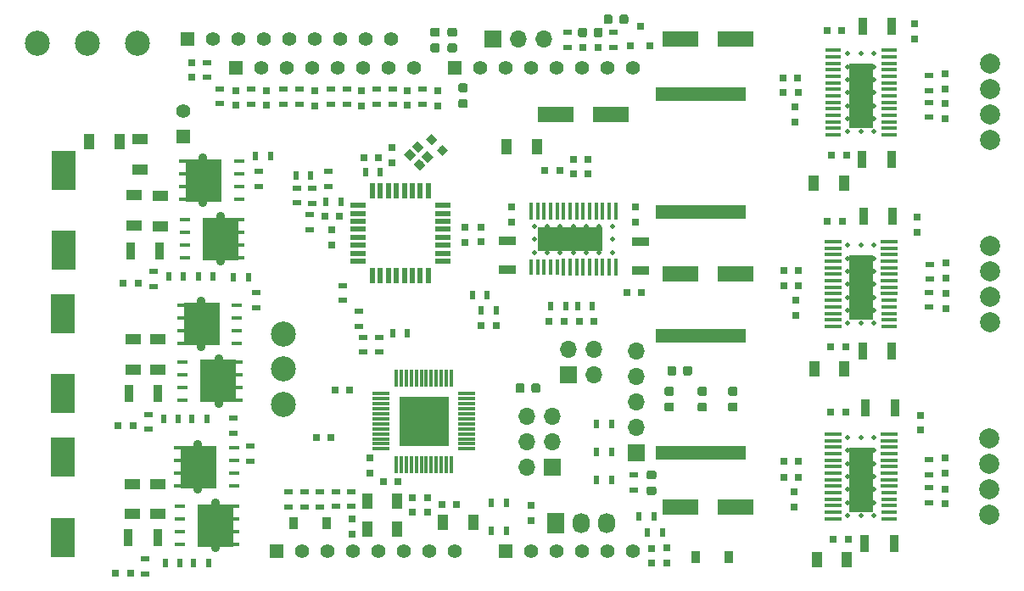
<source format=gts>
G04 #@! TF.GenerationSoftware,KiCad,Pcbnew,(5.1.0-0)*
G04 #@! TF.CreationDate,2019-11-06T16:52:03-05:00*
G04 #@! TF.ProjectId,GrBLDC,4772424c-4443-42e6-9b69-6361645f7063,rev?*
G04 #@! TF.SameCoordinates,PX5a7646cPY8128a60*
G04 #@! TF.FileFunction,Soldermask,Top*
G04 #@! TF.FilePolarity,Negative*
%FSLAX46Y46*%
G04 Gerber Fmt 4.6, Leading zero omitted, Abs format (unit mm)*
G04 Created by KiCad (PCBNEW (5.1.0-0)) date 2019-11-06 16:52:03*
%MOMM*%
%LPD*%
G04 APERTURE LIST*
%ADD10C,0.500000*%
%ADD11R,1.740000X0.440000*%
%ADD12R,1.600000X0.300000*%
%ADD13R,2.400000X6.460000*%
%ADD14R,1.397000X1.397000*%
%ADD15C,1.397000*%
%ADD16R,0.750000X0.800000*%
%ADD17R,9.000000X1.400000*%
%ADD18C,0.150000*%
%ADD19C,0.875000*%
%ADD20R,1.600000X1.000000*%
%ADD21R,0.800000X0.750000*%
%ADD22R,1.000000X1.600000*%
%ADD23R,2.400300X4.000500*%
%ADD24R,0.500000X0.900000*%
%ADD25R,0.900000X0.500000*%
%ADD26R,0.440000X1.740000*%
%ADD27R,0.300000X1.600000*%
%ADD28R,6.460000X2.400000*%
%ADD29C,0.889000*%
%ADD30R,1.080000X0.450000*%
%ADD31R,0.650000X0.450000*%
%ADD32R,3.540000X4.260000*%
%ADD33R,0.900000X1.700000*%
%ADD34C,2.000000*%
%ADD35R,3.599180X1.600200*%
%ADD36C,2.500000*%
%ADD37R,1.727200X2.032000*%
%ADD38O,1.727200X2.032000*%
%ADD39R,1.600000X0.550000*%
%ADD40R,0.550000X1.600000*%
%ADD41C,0.800000*%
%ADD42C,0.750000*%
%ADD43R,0.800100X0.800100*%
%ADD44R,1.700000X0.900000*%
%ADD45O,1.700000X1.700000*%
%ADD46R,1.700000X1.700000*%
%ADD47R,0.300000X1.700000*%
%ADD48R,1.700000X0.300000*%
%ADD49R,5.000000X5.000000*%
%ADD50R,0.900000X1.200000*%
G04 APERTURE END LIST*
D10*
X84630900Y26575200D03*
X85930900Y26575200D03*
X84630900Y27875200D03*
X87230900Y27875200D03*
X85930900Y27875200D03*
X84630900Y29175200D03*
X87230900Y29175200D03*
X85930900Y29175200D03*
X87230900Y34375200D03*
X84630900Y34375200D03*
X85930900Y34375200D03*
X87230900Y33075200D03*
X84630900Y33075200D03*
X85930900Y33075200D03*
X84630900Y31775200D03*
X87230900Y31775200D03*
X85930900Y31775200D03*
X84630900Y30475200D03*
X87230900Y30475200D03*
X87230900Y26575200D03*
X85930900Y30475200D03*
D11*
X88730900Y30175200D03*
X88730900Y30825200D03*
X88730900Y31475200D03*
X88730900Y32125200D03*
X83130900Y28225200D03*
D12*
X88730900Y28225200D03*
X88730900Y28875200D03*
D11*
X88730900Y29525200D03*
X83130900Y32775200D03*
X83130900Y32125200D03*
X83130900Y31475200D03*
X83130900Y30825200D03*
X83130900Y30175200D03*
X83130900Y29525200D03*
X88730900Y32775200D03*
X83130900Y28875200D03*
D12*
X88730900Y27575200D03*
D11*
X88730900Y33425200D03*
X83130900Y33425200D03*
X83130900Y27575200D03*
D12*
X88730900Y26925200D03*
D11*
X88730900Y34075200D03*
X83130900Y34075200D03*
X83130900Y26925200D03*
D12*
X88730900Y26275200D03*
D11*
X88730900Y34725200D03*
X83130900Y34725200D03*
X83130900Y26275200D03*
D13*
X85930900Y30175200D03*
D14*
X27571700Y3860800D03*
D15*
X30111700Y3860800D03*
X32651700Y3860800D03*
X35191700Y3860800D03*
X37731700Y3860800D03*
X40271700Y3860800D03*
X42811700Y3860800D03*
X45351700Y3860800D03*
D16*
X43688000Y49797400D03*
X43688000Y48297400D03*
D17*
X69976500Y25349500D03*
X69976500Y13639500D03*
D16*
X53030000Y8360000D03*
X53030000Y6860000D03*
D18*
G36*
X73429691Y20229447D02*
G01*
X73450926Y20226297D01*
X73471750Y20221081D01*
X73491962Y20213849D01*
X73511368Y20204670D01*
X73529781Y20193634D01*
X73547024Y20180846D01*
X73562930Y20166430D01*
X73577346Y20150524D01*
X73590134Y20133281D01*
X73601170Y20114868D01*
X73610349Y20095462D01*
X73617581Y20075250D01*
X73622797Y20054426D01*
X73625947Y20033191D01*
X73627000Y20011750D01*
X73627000Y19574250D01*
X73625947Y19552809D01*
X73622797Y19531574D01*
X73617581Y19510750D01*
X73610349Y19490538D01*
X73601170Y19471132D01*
X73590134Y19452719D01*
X73577346Y19435476D01*
X73562930Y19419570D01*
X73547024Y19405154D01*
X73529781Y19392366D01*
X73511368Y19381330D01*
X73491962Y19372151D01*
X73471750Y19364919D01*
X73450926Y19359703D01*
X73429691Y19356553D01*
X73408250Y19355500D01*
X72895750Y19355500D01*
X72874309Y19356553D01*
X72853074Y19359703D01*
X72832250Y19364919D01*
X72812038Y19372151D01*
X72792632Y19381330D01*
X72774219Y19392366D01*
X72756976Y19405154D01*
X72741070Y19419570D01*
X72726654Y19435476D01*
X72713866Y19452719D01*
X72702830Y19471132D01*
X72693651Y19490538D01*
X72686419Y19510750D01*
X72681203Y19531574D01*
X72678053Y19552809D01*
X72677000Y19574250D01*
X72677000Y20011750D01*
X72678053Y20033191D01*
X72681203Y20054426D01*
X72686419Y20075250D01*
X72693651Y20095462D01*
X72702830Y20114868D01*
X72713866Y20133281D01*
X72726654Y20150524D01*
X72741070Y20166430D01*
X72756976Y20180846D01*
X72774219Y20193634D01*
X72792632Y20204670D01*
X72812038Y20213849D01*
X72832250Y20221081D01*
X72853074Y20226297D01*
X72874309Y20229447D01*
X72895750Y20230500D01*
X73408250Y20230500D01*
X73429691Y20229447D01*
X73429691Y20229447D01*
G37*
D19*
X73152000Y19793000D03*
D18*
G36*
X73429691Y18654447D02*
G01*
X73450926Y18651297D01*
X73471750Y18646081D01*
X73491962Y18638849D01*
X73511368Y18629670D01*
X73529781Y18618634D01*
X73547024Y18605846D01*
X73562930Y18591430D01*
X73577346Y18575524D01*
X73590134Y18558281D01*
X73601170Y18539868D01*
X73610349Y18520462D01*
X73617581Y18500250D01*
X73622797Y18479426D01*
X73625947Y18458191D01*
X73627000Y18436750D01*
X73627000Y17999250D01*
X73625947Y17977809D01*
X73622797Y17956574D01*
X73617581Y17935750D01*
X73610349Y17915538D01*
X73601170Y17896132D01*
X73590134Y17877719D01*
X73577346Y17860476D01*
X73562930Y17844570D01*
X73547024Y17830154D01*
X73529781Y17817366D01*
X73511368Y17806330D01*
X73491962Y17797151D01*
X73471750Y17789919D01*
X73450926Y17784703D01*
X73429691Y17781553D01*
X73408250Y17780500D01*
X72895750Y17780500D01*
X72874309Y17781553D01*
X72853074Y17784703D01*
X72832250Y17789919D01*
X72812038Y17797151D01*
X72792632Y17806330D01*
X72774219Y17817366D01*
X72756976Y17830154D01*
X72741070Y17844570D01*
X72726654Y17860476D01*
X72713866Y17877719D01*
X72702830Y17896132D01*
X72693651Y17915538D01*
X72686419Y17935750D01*
X72681203Y17956574D01*
X72678053Y17977809D01*
X72677000Y17999250D01*
X72677000Y18436750D01*
X72678053Y18458191D01*
X72681203Y18479426D01*
X72686419Y18500250D01*
X72693651Y18520462D01*
X72702830Y18539868D01*
X72713866Y18558281D01*
X72726654Y18575524D01*
X72741070Y18591430D01*
X72756976Y18605846D01*
X72774219Y18618634D01*
X72792632Y18629670D01*
X72812038Y18638849D01*
X72832250Y18646081D01*
X72853074Y18651297D01*
X72874309Y18654447D01*
X72895750Y18655500D01*
X73408250Y18655500D01*
X73429691Y18654447D01*
X73429691Y18654447D01*
G37*
D19*
X73152000Y18218000D03*
D18*
G36*
X70381691Y20221947D02*
G01*
X70402926Y20218797D01*
X70423750Y20213581D01*
X70443962Y20206349D01*
X70463368Y20197170D01*
X70481781Y20186134D01*
X70499024Y20173346D01*
X70514930Y20158930D01*
X70529346Y20143024D01*
X70542134Y20125781D01*
X70553170Y20107368D01*
X70562349Y20087962D01*
X70569581Y20067750D01*
X70574797Y20046926D01*
X70577947Y20025691D01*
X70579000Y20004250D01*
X70579000Y19566750D01*
X70577947Y19545309D01*
X70574797Y19524074D01*
X70569581Y19503250D01*
X70562349Y19483038D01*
X70553170Y19463632D01*
X70542134Y19445219D01*
X70529346Y19427976D01*
X70514930Y19412070D01*
X70499024Y19397654D01*
X70481781Y19384866D01*
X70463368Y19373830D01*
X70443962Y19364651D01*
X70423750Y19357419D01*
X70402926Y19352203D01*
X70381691Y19349053D01*
X70360250Y19348000D01*
X69847750Y19348000D01*
X69826309Y19349053D01*
X69805074Y19352203D01*
X69784250Y19357419D01*
X69764038Y19364651D01*
X69744632Y19373830D01*
X69726219Y19384866D01*
X69708976Y19397654D01*
X69693070Y19412070D01*
X69678654Y19427976D01*
X69665866Y19445219D01*
X69654830Y19463632D01*
X69645651Y19483038D01*
X69638419Y19503250D01*
X69633203Y19524074D01*
X69630053Y19545309D01*
X69629000Y19566750D01*
X69629000Y20004250D01*
X69630053Y20025691D01*
X69633203Y20046926D01*
X69638419Y20067750D01*
X69645651Y20087962D01*
X69654830Y20107368D01*
X69665866Y20125781D01*
X69678654Y20143024D01*
X69693070Y20158930D01*
X69708976Y20173346D01*
X69726219Y20186134D01*
X69744632Y20197170D01*
X69764038Y20206349D01*
X69784250Y20213581D01*
X69805074Y20218797D01*
X69826309Y20221947D01*
X69847750Y20223000D01*
X70360250Y20223000D01*
X70381691Y20221947D01*
X70381691Y20221947D01*
G37*
D19*
X70104000Y19785500D03*
D18*
G36*
X70381691Y18646947D02*
G01*
X70402926Y18643797D01*
X70423750Y18638581D01*
X70443962Y18631349D01*
X70463368Y18622170D01*
X70481781Y18611134D01*
X70499024Y18598346D01*
X70514930Y18583930D01*
X70529346Y18568024D01*
X70542134Y18550781D01*
X70553170Y18532368D01*
X70562349Y18512962D01*
X70569581Y18492750D01*
X70574797Y18471926D01*
X70577947Y18450691D01*
X70579000Y18429250D01*
X70579000Y17991750D01*
X70577947Y17970309D01*
X70574797Y17949074D01*
X70569581Y17928250D01*
X70562349Y17908038D01*
X70553170Y17888632D01*
X70542134Y17870219D01*
X70529346Y17852976D01*
X70514930Y17837070D01*
X70499024Y17822654D01*
X70481781Y17809866D01*
X70463368Y17798830D01*
X70443962Y17789651D01*
X70423750Y17782419D01*
X70402926Y17777203D01*
X70381691Y17774053D01*
X70360250Y17773000D01*
X69847750Y17773000D01*
X69826309Y17774053D01*
X69805074Y17777203D01*
X69784250Y17782419D01*
X69764038Y17789651D01*
X69744632Y17798830D01*
X69726219Y17809866D01*
X69708976Y17822654D01*
X69693070Y17837070D01*
X69678654Y17852976D01*
X69665866Y17870219D01*
X69654830Y17888632D01*
X69645651Y17908038D01*
X69638419Y17928250D01*
X69633203Y17949074D01*
X69630053Y17970309D01*
X69629000Y17991750D01*
X69629000Y18429250D01*
X69630053Y18450691D01*
X69633203Y18471926D01*
X69638419Y18492750D01*
X69645651Y18512962D01*
X69654830Y18532368D01*
X69665866Y18550781D01*
X69678654Y18568024D01*
X69693070Y18583930D01*
X69708976Y18598346D01*
X69726219Y18611134D01*
X69744632Y18622170D01*
X69764038Y18631349D01*
X69784250Y18638581D01*
X69805074Y18643797D01*
X69826309Y18646947D01*
X69847750Y18648000D01*
X70360250Y18648000D01*
X70381691Y18646947D01*
X70381691Y18646947D01*
G37*
D19*
X70104000Y18210500D03*
D18*
G36*
X67079691Y18654447D02*
G01*
X67100926Y18651297D01*
X67121750Y18646081D01*
X67141962Y18638849D01*
X67161368Y18629670D01*
X67179781Y18618634D01*
X67197024Y18605846D01*
X67212930Y18591430D01*
X67227346Y18575524D01*
X67240134Y18558281D01*
X67251170Y18539868D01*
X67260349Y18520462D01*
X67267581Y18500250D01*
X67272797Y18479426D01*
X67275947Y18458191D01*
X67277000Y18436750D01*
X67277000Y17999250D01*
X67275947Y17977809D01*
X67272797Y17956574D01*
X67267581Y17935750D01*
X67260349Y17915538D01*
X67251170Y17896132D01*
X67240134Y17877719D01*
X67227346Y17860476D01*
X67212930Y17844570D01*
X67197024Y17830154D01*
X67179781Y17817366D01*
X67161368Y17806330D01*
X67141962Y17797151D01*
X67121750Y17789919D01*
X67100926Y17784703D01*
X67079691Y17781553D01*
X67058250Y17780500D01*
X66545750Y17780500D01*
X66524309Y17781553D01*
X66503074Y17784703D01*
X66482250Y17789919D01*
X66462038Y17797151D01*
X66442632Y17806330D01*
X66424219Y17817366D01*
X66406976Y17830154D01*
X66391070Y17844570D01*
X66376654Y17860476D01*
X66363866Y17877719D01*
X66352830Y17896132D01*
X66343651Y17915538D01*
X66336419Y17935750D01*
X66331203Y17956574D01*
X66328053Y17977809D01*
X66327000Y17999250D01*
X66327000Y18436750D01*
X66328053Y18458191D01*
X66331203Y18479426D01*
X66336419Y18500250D01*
X66343651Y18520462D01*
X66352830Y18539868D01*
X66363866Y18558281D01*
X66376654Y18575524D01*
X66391070Y18591430D01*
X66406976Y18605846D01*
X66424219Y18618634D01*
X66442632Y18629670D01*
X66462038Y18638849D01*
X66482250Y18646081D01*
X66503074Y18651297D01*
X66524309Y18654447D01*
X66545750Y18655500D01*
X67058250Y18655500D01*
X67079691Y18654447D01*
X67079691Y18654447D01*
G37*
D19*
X66802000Y18218000D03*
D18*
G36*
X67079691Y20229447D02*
G01*
X67100926Y20226297D01*
X67121750Y20221081D01*
X67141962Y20213849D01*
X67161368Y20204670D01*
X67179781Y20193634D01*
X67197024Y20180846D01*
X67212930Y20166430D01*
X67227346Y20150524D01*
X67240134Y20133281D01*
X67251170Y20114868D01*
X67260349Y20095462D01*
X67267581Y20075250D01*
X67272797Y20054426D01*
X67275947Y20033191D01*
X67277000Y20011750D01*
X67277000Y19574250D01*
X67275947Y19552809D01*
X67272797Y19531574D01*
X67267581Y19510750D01*
X67260349Y19490538D01*
X67251170Y19471132D01*
X67240134Y19452719D01*
X67227346Y19435476D01*
X67212930Y19419570D01*
X67197024Y19405154D01*
X67179781Y19392366D01*
X67161368Y19381330D01*
X67141962Y19372151D01*
X67121750Y19364919D01*
X67100926Y19359703D01*
X67079691Y19356553D01*
X67058250Y19355500D01*
X66545750Y19355500D01*
X66524309Y19356553D01*
X66503074Y19359703D01*
X66482250Y19364919D01*
X66462038Y19372151D01*
X66442632Y19381330D01*
X66424219Y19392366D01*
X66406976Y19405154D01*
X66391070Y19419570D01*
X66376654Y19435476D01*
X66363866Y19452719D01*
X66352830Y19471132D01*
X66343651Y19490538D01*
X66336419Y19510750D01*
X66331203Y19531574D01*
X66328053Y19552809D01*
X66327000Y19574250D01*
X66327000Y20011750D01*
X66328053Y20033191D01*
X66331203Y20054426D01*
X66336419Y20075250D01*
X66343651Y20095462D01*
X66352830Y20114868D01*
X66363866Y20133281D01*
X66376654Y20150524D01*
X66391070Y20166430D01*
X66406976Y20180846D01*
X66424219Y20193634D01*
X66442632Y20204670D01*
X66462038Y20213849D01*
X66482250Y20221081D01*
X66503074Y20226297D01*
X66524309Y20229447D01*
X66545750Y20230500D01*
X67058250Y20230500D01*
X67079691Y20229447D01*
X67079691Y20229447D01*
G37*
D19*
X66802000Y19793000D03*
D16*
X35110000Y5540000D03*
X35110000Y7040000D03*
D20*
X13271500Y24969600D03*
X13271500Y21969600D03*
D21*
X41160000Y7747000D03*
X42660000Y7747000D03*
X49500000Y26340000D03*
X48000000Y26340000D03*
D16*
X91300300Y54952200D03*
X91300300Y56452200D03*
X91528900Y35660900D03*
X91528900Y37160900D03*
X91871800Y15912400D03*
X91871800Y17412400D03*
D21*
X62539180Y29654500D03*
X64039180Y29654500D03*
D16*
X94315280Y46999460D03*
X94315280Y48499460D03*
X94404180Y28053600D03*
X94404180Y29553600D03*
X94338140Y8541320D03*
X94338140Y10041320D03*
D21*
X54830280Y26771600D03*
X56330280Y26771600D03*
D16*
X94315280Y51496660D03*
X94315280Y49996660D03*
X94378780Y32627000D03*
X94378780Y31127000D03*
X94338140Y13102020D03*
X94338140Y11602020D03*
D21*
X59302080Y26771600D03*
X57802080Y26771600D03*
X79629700Y51041300D03*
X78129700Y51041300D03*
X79713520Y31884620D03*
X78213520Y31884620D03*
X79721140Y12786360D03*
X78221140Y12786360D03*
D16*
X58717180Y41477500D03*
X58717180Y42977500D03*
D21*
X79642400Y49618900D03*
X78142400Y49618900D03*
D16*
X79324200Y48184500D03*
X79324200Y46684500D03*
D21*
X79700820Y30360620D03*
X78200820Y30360620D03*
D16*
X79395320Y28850020D03*
X79395320Y27350020D03*
D21*
X79708440Y11198860D03*
X78208440Y11198860D03*
D16*
X79291180Y9767000D03*
X79291180Y8267000D03*
X57269380Y41477500D03*
X57269380Y42977500D03*
D21*
X55885780Y41871900D03*
X54385780Y41871900D03*
X82536600Y55778400D03*
X84036600Y55778400D03*
X82920140Y24218900D03*
X84420140Y24218900D03*
X82892200Y17716500D03*
X84392200Y17716500D03*
D16*
X51033680Y38215000D03*
X51033680Y36715000D03*
X36080700Y49810100D03*
X36080700Y48310100D03*
X26631900Y49822800D03*
X26631900Y48322800D03*
X40690800Y49822800D03*
X40690800Y48322800D03*
X31450000Y49820000D03*
X31450000Y48320000D03*
X23558500Y48322800D03*
X23558500Y49822800D03*
D21*
X82574700Y36804600D03*
X84074700Y36804600D03*
X83146200Y5016500D03*
X84646200Y5016500D03*
D16*
X63466980Y38176900D03*
X63466980Y36676900D03*
D21*
X39741540Y10749280D03*
X38241540Y10749280D03*
D22*
X39638100Y8859520D03*
X36638100Y8859520D03*
D16*
X36890000Y13120000D03*
X36890000Y11620000D03*
D21*
X33430000Y19930000D03*
X34930000Y19930000D03*
X33070000Y15150000D03*
X31570000Y15150000D03*
D16*
X65020000Y2620000D03*
X65020000Y4120000D03*
D22*
X36640000Y6050000D03*
X39640000Y6050000D03*
D16*
X66560000Y2630000D03*
X66560000Y4130000D03*
D23*
X6362700Y41846500D03*
X6362700Y33845500D03*
D22*
X81258280Y21996400D03*
X84258280Y21996400D03*
D20*
X15760700Y24969600D03*
X15760700Y21969600D03*
X13220700Y10542400D03*
X13220700Y7542400D03*
D23*
X6311900Y27571700D03*
X6311900Y19570700D03*
D20*
X16014700Y39295200D03*
X16014700Y36295200D03*
X13373100Y39346000D03*
X13373100Y36346000D03*
D23*
X6311900Y13195300D03*
X6311900Y5194300D03*
D22*
X50587780Y44234100D03*
X53587780Y44234100D03*
D20*
X15760700Y10542400D03*
X15760700Y7542400D03*
D21*
X82968400Y43370500D03*
X84468400Y43370500D03*
X59678000Y54102000D03*
X58178000Y54102000D03*
X41160000Y9144000D03*
X42660000Y9144000D03*
D24*
X47140000Y29390000D03*
X48640000Y29390000D03*
X49510000Y27850000D03*
X48010000Y27850000D03*
D25*
X92692220Y47141700D03*
X92692220Y48641700D03*
X92753180Y28180600D03*
X92753180Y29680600D03*
X92710000Y8655620D03*
X92710000Y10155620D03*
D24*
X54976330Y28301950D03*
X56476330Y28301950D03*
D25*
X92692220Y51296000D03*
X92692220Y49796000D03*
X92765880Y32474600D03*
X92765880Y30974600D03*
X92710000Y12959780D03*
X92710000Y11459780D03*
D24*
X59136980Y28282900D03*
X57636980Y28282900D03*
D25*
X61214000Y54114000D03*
X61214000Y55614000D03*
X56642000Y55614000D03*
X56642000Y54114000D03*
X32994600Y48437100D03*
X32994600Y49937100D03*
X42202100Y48449800D03*
X42202100Y49949800D03*
X34607500Y48449800D03*
X34607500Y49949800D03*
X25082500Y48475200D03*
X25082500Y49975200D03*
D24*
X61020000Y16520000D03*
X59520000Y16520000D03*
D25*
X39179500Y49975200D03*
X39179500Y48475200D03*
X29883100Y49975200D03*
X29883100Y48475200D03*
X21932900Y50000600D03*
X21932900Y48500600D03*
D24*
X61032000Y13726000D03*
X59532000Y13726000D03*
X61044000Y10932000D03*
X59544000Y10932000D03*
D25*
X37579300Y49975200D03*
X37579300Y48475200D03*
X28257500Y49975200D03*
X28257500Y48475200D03*
X20700000Y51130000D03*
X20700000Y52630000D03*
X23253700Y17133000D03*
X23253700Y15633000D03*
X25010000Y12800000D03*
X25010000Y14300000D03*
D24*
X20828700Y2641600D03*
X19328700Y2641600D03*
X64640000Y5660000D03*
X66140000Y5660000D03*
X17983900Y2641600D03*
X16483900Y2641600D03*
X23316500Y31191200D03*
X24816500Y31191200D03*
D25*
X25539700Y28155200D03*
X25539700Y29655200D03*
D24*
X20676300Y17018000D03*
X19176300Y17018000D03*
X21285900Y31242000D03*
X19785900Y31242000D03*
X27013600Y43294300D03*
X25513600Y43294300D03*
D25*
X25793700Y40258300D03*
X25793700Y41758300D03*
D24*
X17831500Y17018000D03*
X16331500Y17018000D03*
X18339500Y31242000D03*
X16839500Y31242000D03*
X65290000Y7340000D03*
X63790000Y7340000D03*
D25*
X63246000Y9930000D03*
X63246000Y11430000D03*
D10*
X84628200Y45701400D03*
X85928200Y45701400D03*
X84628200Y47001400D03*
X87228200Y47001400D03*
X85928200Y47001400D03*
X84628200Y48301400D03*
X87228200Y48301400D03*
X85928200Y48301400D03*
X87228200Y53501400D03*
X84628200Y53501400D03*
X85928200Y53501400D03*
X87228200Y52201400D03*
X84628200Y52201400D03*
X85928200Y52201400D03*
X84628200Y50901400D03*
X87228200Y50901400D03*
X85928200Y50901400D03*
X84628200Y49601400D03*
X87228200Y49601400D03*
X87228200Y45701400D03*
X85928200Y49601400D03*
D12*
X88728200Y49301400D03*
X88728200Y49951400D03*
X88728200Y50601400D03*
X88728200Y51251400D03*
X83128200Y47351400D03*
X88728200Y47351400D03*
X88728200Y48001400D03*
X88728200Y48651400D03*
X83128200Y51901400D03*
X83128200Y51251400D03*
X83128200Y50601400D03*
X83128200Y49951400D03*
X83128200Y49301400D03*
X83128200Y48651400D03*
X88728200Y51901400D03*
X83128200Y48001400D03*
X88728200Y46701400D03*
X88728200Y52551400D03*
X83128200Y52551400D03*
X83128200Y46701400D03*
X88728200Y46051400D03*
X88728200Y53201400D03*
X83128200Y53201400D03*
X83128200Y46051400D03*
X88728200Y45401400D03*
X88728200Y53851400D03*
X83128200Y53851400D03*
X83128200Y45401400D03*
D13*
X85928200Y49301400D03*
D10*
X84625800Y7372800D03*
X85925800Y7372800D03*
X84625800Y8672800D03*
X87225800Y8672800D03*
X85925800Y8672800D03*
X84625800Y9972800D03*
X87225800Y9972800D03*
X85925800Y9972800D03*
X87225800Y15172800D03*
X84625800Y15172800D03*
X85925800Y15172800D03*
X87225800Y13872800D03*
X84625800Y13872800D03*
X85925800Y13872800D03*
X84625800Y12572800D03*
X87225800Y12572800D03*
X85925800Y12572800D03*
X84625800Y11272800D03*
X87225800Y11272800D03*
X87225800Y7372800D03*
X85925800Y11272800D03*
D11*
X88725800Y10972800D03*
X88725800Y11622800D03*
X88725800Y12272800D03*
X88725800Y12922800D03*
X83125800Y9022800D03*
D12*
X88725800Y9022800D03*
X88725800Y9672800D03*
D11*
X88725800Y10322800D03*
X83125800Y13572800D03*
X83125800Y12922800D03*
X83125800Y12272800D03*
X83125800Y11622800D03*
X83125800Y10972800D03*
X83125800Y10322800D03*
X88725800Y13572800D03*
X83125800Y9672800D03*
D12*
X88725800Y8372800D03*
D11*
X88725800Y14222800D03*
X83125800Y14222800D03*
X83125800Y8372800D03*
D12*
X88725800Y7722800D03*
D11*
X88725800Y14872800D03*
X83125800Y14872800D03*
X83125800Y7722800D03*
D12*
X88725800Y7072800D03*
D11*
X88725800Y15522800D03*
X83125800Y15522800D03*
X83125800Y7072800D03*
D13*
X85925800Y10972800D03*
D10*
X53313780Y36263100D03*
X53313780Y34963100D03*
X54613780Y36263100D03*
X54613780Y33663100D03*
X54613780Y34963100D03*
X55913780Y36263100D03*
X55913780Y33663100D03*
X55913780Y34963100D03*
X61113780Y33663100D03*
X61113780Y36263100D03*
X61113780Y34963100D03*
X59813780Y33663100D03*
X59813780Y36263100D03*
X59813780Y34963100D03*
X58513780Y36263100D03*
X58513780Y33663100D03*
X58513780Y34963100D03*
X57213780Y36263100D03*
X57213780Y33663100D03*
X53313780Y33663100D03*
X57213780Y34963100D03*
D26*
X56913780Y32163100D03*
X57563780Y32163100D03*
X58213780Y32163100D03*
X58863780Y32163100D03*
X54963780Y37763100D03*
D27*
X54963780Y32163100D03*
X55613780Y32163100D03*
D26*
X56263780Y32163100D03*
X59513780Y37763100D03*
X58863780Y37763100D03*
X58213780Y37763100D03*
X57563780Y37763100D03*
X56913780Y37763100D03*
X56263780Y37763100D03*
X59513780Y32163100D03*
X55613780Y37763100D03*
D27*
X54313780Y32163100D03*
D26*
X60163780Y32163100D03*
X60163780Y37763100D03*
X54313780Y37763100D03*
D27*
X53663780Y32163100D03*
D26*
X60813780Y32163100D03*
X60813780Y37763100D03*
X53663780Y37763100D03*
D27*
X53013780Y32163100D03*
D26*
X61463780Y32163100D03*
X61463780Y37763100D03*
X53013780Y37763100D03*
D28*
X56913780Y34963100D03*
D14*
X50431700Y3860800D03*
D15*
X52971700Y3860800D03*
X55511700Y3860800D03*
X58051700Y3860800D03*
X60591700Y3860800D03*
X63131700Y3860800D03*
D14*
X18732500Y54940200D03*
D15*
X21272500Y54940200D03*
X23812500Y54940200D03*
X26352500Y54940200D03*
X28892500Y54940200D03*
X31432500Y54940200D03*
X33972500Y54940200D03*
X36512500Y54940200D03*
X39052500Y54940200D03*
D14*
X23507700Y52120800D03*
D15*
X26047700Y52120800D03*
X28587700Y52120800D03*
X31127700Y52120800D03*
X33667700Y52120800D03*
X36207700Y52120800D03*
X38747700Y52120800D03*
X41287700Y52120800D03*
D14*
X45351700Y52120800D03*
D15*
X47891700Y52120800D03*
X50431700Y52120800D03*
X52971700Y52120800D03*
X55511700Y52120800D03*
X58051700Y52120800D03*
X60591700Y52120800D03*
X63131700Y52120800D03*
D14*
X18270000Y45230000D03*
D15*
X18270000Y47770000D03*
D29*
X19719100Y9992800D03*
X19719100Y14492800D03*
X18469100Y13742800D03*
X19719100Y12992800D03*
X19719100Y11492800D03*
X20969100Y10742800D03*
X18469100Y10742800D03*
X18469100Y12242800D03*
X20969100Y12242800D03*
X20969100Y13742800D03*
D30*
X23339100Y10337800D03*
X23339100Y11607800D03*
X23339100Y12877800D03*
D31*
X17699100Y11607800D03*
X17699100Y12877800D03*
X17699100Y14147800D03*
D30*
X23339100Y14147800D03*
D32*
X19794100Y12242800D03*
D31*
X17699100Y10337800D03*
D29*
X21555900Y8650800D03*
X21555900Y4150800D03*
X22805900Y4900800D03*
X21555900Y5650800D03*
X21555900Y7150800D03*
X20305900Y7900800D03*
X22805900Y7900800D03*
X22805900Y6400800D03*
X20305900Y6400800D03*
X20305900Y4900800D03*
D30*
X17935900Y8305800D03*
X17935900Y7035800D03*
X17935900Y5765800D03*
D31*
X23575900Y7035800D03*
X23575900Y5765800D03*
X23575900Y4495800D03*
D30*
X17935900Y4495800D03*
D32*
X21480900Y6400800D03*
D31*
X23575900Y8305800D03*
D29*
X20049300Y24267600D03*
X20049300Y28767600D03*
X18799300Y28017600D03*
X20049300Y27267600D03*
X20049300Y25767600D03*
X21299300Y25017600D03*
X18799300Y25017600D03*
X18799300Y26517600D03*
X21299300Y26517600D03*
X21299300Y28017600D03*
D30*
X23669300Y24612600D03*
X23669300Y25882600D03*
X23669300Y27152600D03*
D31*
X18029300Y25882600D03*
X18029300Y27152600D03*
X18029300Y28422600D03*
D30*
X23669300Y28422600D03*
D32*
X20124300Y26517600D03*
D31*
X18029300Y24612600D03*
D29*
X21860700Y23078000D03*
X21860700Y18578000D03*
X23110700Y19328000D03*
X21860700Y20078000D03*
X21860700Y21578000D03*
X20610700Y22328000D03*
X23110700Y22328000D03*
X23110700Y20828000D03*
X20610700Y20828000D03*
X20610700Y19328000D03*
D30*
X18240700Y22733000D03*
X18240700Y21463000D03*
X18240700Y20193000D03*
D31*
X23880700Y21463000D03*
X23880700Y20193000D03*
X23880700Y18923000D03*
D30*
X18240700Y18923000D03*
D32*
X21785700Y20828000D03*
D31*
X23880700Y22733000D03*
D29*
X20227100Y38593200D03*
X20227100Y43093200D03*
X18977100Y42343200D03*
X20227100Y41593200D03*
X20227100Y40093200D03*
X21477100Y39343200D03*
X18977100Y39343200D03*
X18977100Y40843200D03*
X21477100Y40843200D03*
X21477100Y42343200D03*
D30*
X23847100Y38938200D03*
X23847100Y40208200D03*
X23847100Y41478200D03*
D31*
X18207100Y40208200D03*
X18207100Y41478200D03*
X18207100Y42748200D03*
D30*
X23847100Y42748200D03*
D32*
X20302100Y40843200D03*
D31*
X18207100Y38938200D03*
D29*
X22063900Y37251200D03*
X22063900Y32751200D03*
X23313900Y33501200D03*
X22063900Y34251200D03*
X22063900Y35751200D03*
X20813900Y36501200D03*
X23313900Y36501200D03*
X23313900Y35001200D03*
X20813900Y35001200D03*
X20813900Y33501200D03*
D30*
X18443900Y36906200D03*
X18443900Y35636200D03*
X18443900Y34366200D03*
D31*
X24083900Y35636200D03*
X24083900Y34366200D03*
X24083900Y33096200D03*
D30*
X18443900Y33096200D03*
D32*
X21988900Y35001200D03*
D31*
X24083900Y36906200D03*
D33*
X12837500Y5181600D03*
X15737500Y5181600D03*
X12888300Y19558000D03*
X15788300Y19558000D03*
X13040700Y33782000D03*
X15940700Y33782000D03*
D22*
X8938000Y44704000D03*
X11938000Y44704000D03*
D20*
X13970000Y41934000D03*
X13970000Y44934000D03*
D34*
X98729800Y12545300D03*
X98729800Y15085300D03*
X98729800Y10005300D03*
X98729800Y7465300D03*
X98823780Y49959260D03*
X98823780Y52499260D03*
X98823780Y47419260D03*
X98823780Y44879260D03*
X98795840Y31742380D03*
X98795840Y34282380D03*
X98795840Y29202380D03*
X98795840Y26662380D03*
D35*
X73439020Y54991000D03*
X67937380Y54991000D03*
X73426320Y31521400D03*
X67924680Y31521400D03*
X73426320Y8204200D03*
X67924680Y8204200D03*
X60934600Y47434500D03*
X55432960Y47434500D03*
D17*
X69976500Y49428700D03*
X69976500Y37718700D03*
D22*
X81537680Y2997200D03*
X84537680Y2997200D03*
X81215100Y40614600D03*
X84215100Y40614600D03*
D36*
X13695700Y54533800D03*
X8695700Y54533800D03*
X3695700Y54533800D03*
X28257500Y18503900D03*
X28257500Y22003900D03*
X28257500Y25503900D03*
D24*
X50534000Y8636000D03*
X49034000Y8636000D03*
X50534000Y5842000D03*
X49034000Y5842000D03*
D37*
X55500000Y6610000D03*
D38*
X58040000Y6610000D03*
X60580000Y6610000D03*
D16*
X19180000Y51120000D03*
X19180000Y52620000D03*
D39*
X44211820Y32762540D03*
X44211820Y33562540D03*
X44211820Y34362540D03*
X44211820Y35162540D03*
X44211820Y35962540D03*
X44211820Y36762540D03*
X44211820Y37562540D03*
X44211820Y38362540D03*
D40*
X42761820Y39812540D03*
X41961820Y39812540D03*
X41161820Y39812540D03*
X40361820Y39812540D03*
X39561820Y39812540D03*
X38761820Y39812540D03*
X37961820Y39812540D03*
X37161820Y39812540D03*
D39*
X35711820Y38362540D03*
X35711820Y37562540D03*
X35711820Y36762540D03*
X35711820Y35962540D03*
X35711820Y35162540D03*
X35711820Y34362540D03*
X35711820Y33562540D03*
X35711820Y32762540D03*
D40*
X37161820Y31312540D03*
X37961820Y31312540D03*
X38761820Y31312540D03*
X39561820Y31312540D03*
X40361820Y31312540D03*
X41161820Y31312540D03*
X41961820Y31312540D03*
X42761820Y31312540D03*
D41*
X42666883Y43200934D03*
D18*
G36*
X43267924Y43165579D02*
G01*
X42702238Y42599893D01*
X42065842Y43236289D01*
X42631528Y43801975D01*
X43267924Y43165579D01*
X43267924Y43165579D01*
G37*
D41*
X41676934Y44190883D03*
D18*
G36*
X42277975Y44155528D02*
G01*
X41712289Y43589842D01*
X41075893Y44226238D01*
X41641579Y44791924D01*
X42277975Y44155528D01*
X42277975Y44155528D01*
G37*
D41*
X40899117Y43413066D03*
D18*
G36*
X41500158Y43377711D02*
G01*
X40934472Y42812025D01*
X40298076Y43448421D01*
X40863762Y44014107D01*
X41500158Y43377711D01*
X41500158Y43377711D01*
G37*
D41*
X41889066Y42423117D03*
D18*
G36*
X42490107Y42387762D02*
G01*
X41924421Y41822076D01*
X41288025Y42458472D01*
X41853711Y43024158D01*
X42490107Y42387762D01*
X42490107Y42387762D01*
G37*
D21*
X11540000Y1630000D03*
X13040000Y1630000D03*
X11820000Y16320000D03*
X13320000Y16320000D03*
X12270040Y30573980D03*
X13770040Y30573980D03*
D25*
X34230000Y28850000D03*
X34230000Y30350000D03*
X32800000Y41770000D03*
X32800000Y40270000D03*
X31940000Y9770000D03*
X31940000Y8270000D03*
X30380000Y9770000D03*
X30380000Y8270000D03*
D24*
X40690000Y25600000D03*
X39190000Y25600000D03*
D25*
X35850000Y27770000D03*
X35850000Y26270000D03*
X29610000Y38590000D03*
X29610000Y40090000D03*
D24*
X29540000Y41330000D03*
X31040000Y41330000D03*
D25*
X33520000Y8290000D03*
X33520000Y9790000D03*
X37860000Y25200000D03*
X37860000Y23700000D03*
X31180000Y38580000D03*
X31180000Y40080000D03*
X14500000Y3050000D03*
X14500000Y1550000D03*
X35080000Y9790000D03*
X35080000Y8290000D03*
X14840000Y17490000D03*
X14840000Y15990000D03*
X36230000Y23690000D03*
X36230000Y25190000D03*
X15318740Y31768480D03*
X15318740Y30268480D03*
X30950000Y35930000D03*
X30950000Y37430000D03*
D42*
X44154830Y43856170D03*
D18*
G36*
X43606822Y43873848D02*
G01*
X44137152Y44404178D01*
X44702838Y43838492D01*
X44172508Y43308162D01*
X43606822Y43873848D01*
X43606822Y43873848D01*
G37*
D42*
X43094170Y44916830D03*
D18*
G36*
X42546162Y44934508D02*
G01*
X43076492Y45464838D01*
X43642178Y44899152D01*
X43111848Y44368822D01*
X42546162Y44934508D01*
X42546162Y44934508D01*
G37*
D16*
X39160000Y44130000D03*
X39160000Y42630000D03*
D21*
X32410000Y37270000D03*
X33910000Y37270000D03*
D16*
X33150000Y34410000D03*
X33150000Y35910000D03*
X46367700Y36175380D03*
X46367700Y34675380D03*
X47993300Y36195700D03*
X47993300Y34695700D03*
D21*
X36310000Y43120000D03*
X37810000Y43120000D03*
X45581000Y8509000D03*
X44081000Y8509000D03*
D22*
X44220000Y6731000D03*
X47220000Y6731000D03*
D43*
X62950000Y54250000D03*
X64850000Y54250000D03*
X63900000Y56248980D03*
D33*
X89003800Y56273700D03*
X86103800Y56273700D03*
X89092700Y37287200D03*
X86192700Y37287200D03*
X89308600Y18097500D03*
X86408600Y18097500D03*
D44*
X63898780Y31849400D03*
X63898780Y34749400D03*
D33*
X88953000Y42951400D03*
X86053000Y42951400D03*
X89029200Y23799800D03*
X86129200Y23799800D03*
X89214620Y4597400D03*
X86314620Y4597400D03*
D44*
X50601880Y31900200D03*
X50601880Y34800200D03*
D24*
X36460000Y41700000D03*
X37960000Y41700000D03*
X32560000Y38690000D03*
X34060000Y38690000D03*
D25*
X28810000Y8260000D03*
X28810000Y9760000D03*
D45*
X52578000Y17272000D03*
X55118000Y17272000D03*
X52578000Y14732000D03*
X55118000Y14732000D03*
X52578000Y12192000D03*
D46*
X55118000Y12192000D03*
X56720000Y21470000D03*
D45*
X56720000Y24010000D03*
X59260000Y21470000D03*
X59260000Y24010000D03*
D46*
X49200000Y54950000D03*
D45*
X51740000Y54950000D03*
X54280000Y54950000D03*
D18*
G36*
X65307691Y10301447D02*
G01*
X65328926Y10298297D01*
X65349750Y10293081D01*
X65369962Y10285849D01*
X65389368Y10276670D01*
X65407781Y10265634D01*
X65425024Y10252846D01*
X65440930Y10238430D01*
X65455346Y10222524D01*
X65468134Y10205281D01*
X65479170Y10186868D01*
X65488349Y10167462D01*
X65495581Y10147250D01*
X65500797Y10126426D01*
X65503947Y10105191D01*
X65505000Y10083750D01*
X65505000Y9646250D01*
X65503947Y9624809D01*
X65500797Y9603574D01*
X65495581Y9582750D01*
X65488349Y9562538D01*
X65479170Y9543132D01*
X65468134Y9524719D01*
X65455346Y9507476D01*
X65440930Y9491570D01*
X65425024Y9477154D01*
X65407781Y9464366D01*
X65389368Y9453330D01*
X65369962Y9444151D01*
X65349750Y9436919D01*
X65328926Y9431703D01*
X65307691Y9428553D01*
X65286250Y9427500D01*
X64773750Y9427500D01*
X64752309Y9428553D01*
X64731074Y9431703D01*
X64710250Y9436919D01*
X64690038Y9444151D01*
X64670632Y9453330D01*
X64652219Y9464366D01*
X64634976Y9477154D01*
X64619070Y9491570D01*
X64604654Y9507476D01*
X64591866Y9524719D01*
X64580830Y9543132D01*
X64571651Y9562538D01*
X64564419Y9582750D01*
X64559203Y9603574D01*
X64556053Y9624809D01*
X64555000Y9646250D01*
X64555000Y10083750D01*
X64556053Y10105191D01*
X64559203Y10126426D01*
X64564419Y10147250D01*
X64571651Y10167462D01*
X64580830Y10186868D01*
X64591866Y10205281D01*
X64604654Y10222524D01*
X64619070Y10238430D01*
X64634976Y10252846D01*
X64652219Y10265634D01*
X64670632Y10276670D01*
X64690038Y10285849D01*
X64710250Y10293081D01*
X64731074Y10298297D01*
X64752309Y10301447D01*
X64773750Y10302500D01*
X65286250Y10302500D01*
X65307691Y10301447D01*
X65307691Y10301447D01*
G37*
D19*
X65030000Y9865000D03*
D18*
G36*
X65307691Y11876447D02*
G01*
X65328926Y11873297D01*
X65349750Y11868081D01*
X65369962Y11860849D01*
X65389368Y11851670D01*
X65407781Y11840634D01*
X65425024Y11827846D01*
X65440930Y11813430D01*
X65455346Y11797524D01*
X65468134Y11780281D01*
X65479170Y11761868D01*
X65488349Y11742462D01*
X65495581Y11722250D01*
X65500797Y11701426D01*
X65503947Y11680191D01*
X65505000Y11658750D01*
X65505000Y11221250D01*
X65503947Y11199809D01*
X65500797Y11178574D01*
X65495581Y11157750D01*
X65488349Y11137538D01*
X65479170Y11118132D01*
X65468134Y11099719D01*
X65455346Y11082476D01*
X65440930Y11066570D01*
X65425024Y11052154D01*
X65407781Y11039366D01*
X65389368Y11028330D01*
X65369962Y11019151D01*
X65349750Y11011919D01*
X65328926Y11006703D01*
X65307691Y11003553D01*
X65286250Y11002500D01*
X64773750Y11002500D01*
X64752309Y11003553D01*
X64731074Y11006703D01*
X64710250Y11011919D01*
X64690038Y11019151D01*
X64670632Y11028330D01*
X64652219Y11039366D01*
X64634976Y11052154D01*
X64619070Y11066570D01*
X64604654Y11082476D01*
X64591866Y11099719D01*
X64580830Y11118132D01*
X64571651Y11137538D01*
X64564419Y11157750D01*
X64559203Y11178574D01*
X64556053Y11199809D01*
X64555000Y11221250D01*
X64555000Y11658750D01*
X64556053Y11680191D01*
X64559203Y11701426D01*
X64564419Y11722250D01*
X64571651Y11742462D01*
X64580830Y11761868D01*
X64591866Y11780281D01*
X64604654Y11797524D01*
X64619070Y11813430D01*
X64634976Y11827846D01*
X64652219Y11840634D01*
X64670632Y11851670D01*
X64690038Y11860849D01*
X64710250Y11868081D01*
X64731074Y11873297D01*
X64752309Y11876447D01*
X64773750Y11877500D01*
X65286250Y11877500D01*
X65307691Y11876447D01*
X65307691Y11876447D01*
G37*
D19*
X65030000Y11440000D03*
D18*
G36*
X62510191Y57403947D02*
G01*
X62531426Y57400797D01*
X62552250Y57395581D01*
X62572462Y57388349D01*
X62591868Y57379170D01*
X62610281Y57368134D01*
X62627524Y57355346D01*
X62643430Y57340930D01*
X62657846Y57325024D01*
X62670634Y57307781D01*
X62681670Y57289368D01*
X62690849Y57269962D01*
X62698081Y57249750D01*
X62703297Y57228926D01*
X62706447Y57207691D01*
X62707500Y57186250D01*
X62707500Y56673750D01*
X62706447Y56652309D01*
X62703297Y56631074D01*
X62698081Y56610250D01*
X62690849Y56590038D01*
X62681670Y56570632D01*
X62670634Y56552219D01*
X62657846Y56534976D01*
X62643430Y56519070D01*
X62627524Y56504654D01*
X62610281Y56491866D01*
X62591868Y56480830D01*
X62572462Y56471651D01*
X62552250Y56464419D01*
X62531426Y56459203D01*
X62510191Y56456053D01*
X62488750Y56455000D01*
X62051250Y56455000D01*
X62029809Y56456053D01*
X62008574Y56459203D01*
X61987750Y56464419D01*
X61967538Y56471651D01*
X61948132Y56480830D01*
X61929719Y56491866D01*
X61912476Y56504654D01*
X61896570Y56519070D01*
X61882154Y56534976D01*
X61869366Y56552219D01*
X61858330Y56570632D01*
X61849151Y56590038D01*
X61841919Y56610250D01*
X61836703Y56631074D01*
X61833553Y56652309D01*
X61832500Y56673750D01*
X61832500Y57186250D01*
X61833553Y57207691D01*
X61836703Y57228926D01*
X61841919Y57249750D01*
X61849151Y57269962D01*
X61858330Y57289368D01*
X61869366Y57307781D01*
X61882154Y57325024D01*
X61896570Y57340930D01*
X61912476Y57355346D01*
X61929719Y57368134D01*
X61948132Y57379170D01*
X61967538Y57388349D01*
X61987750Y57395581D01*
X62008574Y57400797D01*
X62029809Y57403947D01*
X62051250Y57405000D01*
X62488750Y57405000D01*
X62510191Y57403947D01*
X62510191Y57403947D01*
G37*
D19*
X62270000Y56930000D03*
D18*
G36*
X60935191Y57403947D02*
G01*
X60956426Y57400797D01*
X60977250Y57395581D01*
X60997462Y57388349D01*
X61016868Y57379170D01*
X61035281Y57368134D01*
X61052524Y57355346D01*
X61068430Y57340930D01*
X61082846Y57325024D01*
X61095634Y57307781D01*
X61106670Y57289368D01*
X61115849Y57269962D01*
X61123081Y57249750D01*
X61128297Y57228926D01*
X61131447Y57207691D01*
X61132500Y57186250D01*
X61132500Y56673750D01*
X61131447Y56652309D01*
X61128297Y56631074D01*
X61123081Y56610250D01*
X61115849Y56590038D01*
X61106670Y56570632D01*
X61095634Y56552219D01*
X61082846Y56534976D01*
X61068430Y56519070D01*
X61052524Y56504654D01*
X61035281Y56491866D01*
X61016868Y56480830D01*
X60997462Y56471651D01*
X60977250Y56464419D01*
X60956426Y56459203D01*
X60935191Y56456053D01*
X60913750Y56455000D01*
X60476250Y56455000D01*
X60454809Y56456053D01*
X60433574Y56459203D01*
X60412750Y56464419D01*
X60392538Y56471651D01*
X60373132Y56480830D01*
X60354719Y56491866D01*
X60337476Y56504654D01*
X60321570Y56519070D01*
X60307154Y56534976D01*
X60294366Y56552219D01*
X60283330Y56570632D01*
X60274151Y56590038D01*
X60266919Y56610250D01*
X60261703Y56631074D01*
X60258553Y56652309D01*
X60257500Y56673750D01*
X60257500Y57186250D01*
X60258553Y57207691D01*
X60261703Y57228926D01*
X60266919Y57249750D01*
X60274151Y57269962D01*
X60283330Y57289368D01*
X60294366Y57307781D01*
X60307154Y57325024D01*
X60321570Y57340930D01*
X60337476Y57355346D01*
X60354719Y57368134D01*
X60373132Y57379170D01*
X60392538Y57388349D01*
X60412750Y57395581D01*
X60433574Y57400797D01*
X60454809Y57403947D01*
X60476250Y57405000D01*
X60913750Y57405000D01*
X60935191Y57403947D01*
X60935191Y57403947D01*
G37*
D19*
X60695000Y56930000D03*
D18*
G36*
X67296191Y22317947D02*
G01*
X67317426Y22314797D01*
X67338250Y22309581D01*
X67358462Y22302349D01*
X67377868Y22293170D01*
X67396281Y22282134D01*
X67413524Y22269346D01*
X67429430Y22254930D01*
X67443846Y22239024D01*
X67456634Y22221781D01*
X67467670Y22203368D01*
X67476849Y22183962D01*
X67484081Y22163750D01*
X67489297Y22142926D01*
X67492447Y22121691D01*
X67493500Y22100250D01*
X67493500Y21587750D01*
X67492447Y21566309D01*
X67489297Y21545074D01*
X67484081Y21524250D01*
X67476849Y21504038D01*
X67467670Y21484632D01*
X67456634Y21466219D01*
X67443846Y21448976D01*
X67429430Y21433070D01*
X67413524Y21418654D01*
X67396281Y21405866D01*
X67377868Y21394830D01*
X67358462Y21385651D01*
X67338250Y21378419D01*
X67317426Y21373203D01*
X67296191Y21370053D01*
X67274750Y21369000D01*
X66837250Y21369000D01*
X66815809Y21370053D01*
X66794574Y21373203D01*
X66773750Y21378419D01*
X66753538Y21385651D01*
X66734132Y21394830D01*
X66715719Y21405866D01*
X66698476Y21418654D01*
X66682570Y21433070D01*
X66668154Y21448976D01*
X66655366Y21466219D01*
X66644330Y21484632D01*
X66635151Y21504038D01*
X66627919Y21524250D01*
X66622703Y21545074D01*
X66619553Y21566309D01*
X66618500Y21587750D01*
X66618500Y22100250D01*
X66619553Y22121691D01*
X66622703Y22142926D01*
X66627919Y22163750D01*
X66635151Y22183962D01*
X66644330Y22203368D01*
X66655366Y22221781D01*
X66668154Y22239024D01*
X66682570Y22254930D01*
X66698476Y22269346D01*
X66715719Y22282134D01*
X66734132Y22293170D01*
X66753538Y22302349D01*
X66773750Y22309581D01*
X66794574Y22314797D01*
X66815809Y22317947D01*
X66837250Y22319000D01*
X67274750Y22319000D01*
X67296191Y22317947D01*
X67296191Y22317947D01*
G37*
D19*
X67056000Y21844000D03*
D18*
G36*
X68871191Y22317947D02*
G01*
X68892426Y22314797D01*
X68913250Y22309581D01*
X68933462Y22302349D01*
X68952868Y22293170D01*
X68971281Y22282134D01*
X68988524Y22269346D01*
X69004430Y22254930D01*
X69018846Y22239024D01*
X69031634Y22221781D01*
X69042670Y22203368D01*
X69051849Y22183962D01*
X69059081Y22163750D01*
X69064297Y22142926D01*
X69067447Y22121691D01*
X69068500Y22100250D01*
X69068500Y21587750D01*
X69067447Y21566309D01*
X69064297Y21545074D01*
X69059081Y21524250D01*
X69051849Y21504038D01*
X69042670Y21484632D01*
X69031634Y21466219D01*
X69018846Y21448976D01*
X69004430Y21433070D01*
X68988524Y21418654D01*
X68971281Y21405866D01*
X68952868Y21394830D01*
X68933462Y21385651D01*
X68913250Y21378419D01*
X68892426Y21373203D01*
X68871191Y21370053D01*
X68849750Y21369000D01*
X68412250Y21369000D01*
X68390809Y21370053D01*
X68369574Y21373203D01*
X68348750Y21378419D01*
X68328538Y21385651D01*
X68309132Y21394830D01*
X68290719Y21405866D01*
X68273476Y21418654D01*
X68257570Y21433070D01*
X68243154Y21448976D01*
X68230366Y21466219D01*
X68219330Y21484632D01*
X68210151Y21504038D01*
X68202919Y21524250D01*
X68197703Y21545074D01*
X68194553Y21566309D01*
X68193500Y21587750D01*
X68193500Y22100250D01*
X68194553Y22121691D01*
X68197703Y22142926D01*
X68202919Y22163750D01*
X68210151Y22183962D01*
X68219330Y22203368D01*
X68230366Y22221781D01*
X68243154Y22239024D01*
X68257570Y22254930D01*
X68273476Y22269346D01*
X68290719Y22282134D01*
X68309132Y22293170D01*
X68328538Y22302349D01*
X68348750Y22309581D01*
X68369574Y22314797D01*
X68390809Y22317947D01*
X68412250Y22319000D01*
X68849750Y22319000D01*
X68871191Y22317947D01*
X68871191Y22317947D01*
G37*
D19*
X68631000Y21844000D03*
D18*
G36*
X59955691Y56099947D02*
G01*
X59976926Y56096797D01*
X59997750Y56091581D01*
X60017962Y56084349D01*
X60037368Y56075170D01*
X60055781Y56064134D01*
X60073024Y56051346D01*
X60088930Y56036930D01*
X60103346Y56021024D01*
X60116134Y56003781D01*
X60127170Y55985368D01*
X60136349Y55965962D01*
X60143581Y55945750D01*
X60148797Y55924926D01*
X60151947Y55903691D01*
X60153000Y55882250D01*
X60153000Y55369750D01*
X60151947Y55348309D01*
X60148797Y55327074D01*
X60143581Y55306250D01*
X60136349Y55286038D01*
X60127170Y55266632D01*
X60116134Y55248219D01*
X60103346Y55230976D01*
X60088930Y55215070D01*
X60073024Y55200654D01*
X60055781Y55187866D01*
X60037368Y55176830D01*
X60017962Y55167651D01*
X59997750Y55160419D01*
X59976926Y55155203D01*
X59955691Y55152053D01*
X59934250Y55151000D01*
X59496750Y55151000D01*
X59475309Y55152053D01*
X59454074Y55155203D01*
X59433250Y55160419D01*
X59413038Y55167651D01*
X59393632Y55176830D01*
X59375219Y55187866D01*
X59357976Y55200654D01*
X59342070Y55215070D01*
X59327654Y55230976D01*
X59314866Y55248219D01*
X59303830Y55266632D01*
X59294651Y55286038D01*
X59287419Y55306250D01*
X59282203Y55327074D01*
X59279053Y55348309D01*
X59278000Y55369750D01*
X59278000Y55882250D01*
X59279053Y55903691D01*
X59282203Y55924926D01*
X59287419Y55945750D01*
X59294651Y55965962D01*
X59303830Y55985368D01*
X59314866Y56003781D01*
X59327654Y56021024D01*
X59342070Y56036930D01*
X59357976Y56051346D01*
X59375219Y56064134D01*
X59393632Y56075170D01*
X59413038Y56084349D01*
X59433250Y56091581D01*
X59454074Y56096797D01*
X59475309Y56099947D01*
X59496750Y56101000D01*
X59934250Y56101000D01*
X59955691Y56099947D01*
X59955691Y56099947D01*
G37*
D19*
X59715500Y55626000D03*
D18*
G36*
X58380691Y56099947D02*
G01*
X58401926Y56096797D01*
X58422750Y56091581D01*
X58442962Y56084349D01*
X58462368Y56075170D01*
X58480781Y56064134D01*
X58498024Y56051346D01*
X58513930Y56036930D01*
X58528346Y56021024D01*
X58541134Y56003781D01*
X58552170Y55985368D01*
X58561349Y55965962D01*
X58568581Y55945750D01*
X58573797Y55924926D01*
X58576947Y55903691D01*
X58578000Y55882250D01*
X58578000Y55369750D01*
X58576947Y55348309D01*
X58573797Y55327074D01*
X58568581Y55306250D01*
X58561349Y55286038D01*
X58552170Y55266632D01*
X58541134Y55248219D01*
X58528346Y55230976D01*
X58513930Y55215070D01*
X58498024Y55200654D01*
X58480781Y55187866D01*
X58462368Y55176830D01*
X58442962Y55167651D01*
X58422750Y55160419D01*
X58401926Y55155203D01*
X58380691Y55152053D01*
X58359250Y55151000D01*
X57921750Y55151000D01*
X57900309Y55152053D01*
X57879074Y55155203D01*
X57858250Y55160419D01*
X57838038Y55167651D01*
X57818632Y55176830D01*
X57800219Y55187866D01*
X57782976Y55200654D01*
X57767070Y55215070D01*
X57752654Y55230976D01*
X57739866Y55248219D01*
X57728830Y55266632D01*
X57719651Y55286038D01*
X57712419Y55306250D01*
X57707203Y55327074D01*
X57704053Y55348309D01*
X57703000Y55369750D01*
X57703000Y55882250D01*
X57704053Y55903691D01*
X57707203Y55924926D01*
X57712419Y55945750D01*
X57719651Y55965962D01*
X57728830Y55985368D01*
X57739866Y56003781D01*
X57752654Y56021024D01*
X57767070Y56036930D01*
X57782976Y56051346D01*
X57800219Y56064134D01*
X57818632Y56075170D01*
X57838038Y56084349D01*
X57858250Y56091581D01*
X57879074Y56096797D01*
X57900309Y56099947D01*
X57921750Y56101000D01*
X58359250Y56101000D01*
X58380691Y56099947D01*
X58380691Y56099947D01*
G37*
D19*
X58140500Y55626000D03*
D18*
G36*
X45417691Y56081447D02*
G01*
X45438926Y56078297D01*
X45459750Y56073081D01*
X45479962Y56065849D01*
X45499368Y56056670D01*
X45517781Y56045634D01*
X45535024Y56032846D01*
X45550930Y56018430D01*
X45565346Y56002524D01*
X45578134Y55985281D01*
X45589170Y55966868D01*
X45598349Y55947462D01*
X45605581Y55927250D01*
X45610797Y55906426D01*
X45613947Y55885191D01*
X45615000Y55863750D01*
X45615000Y55426250D01*
X45613947Y55404809D01*
X45610797Y55383574D01*
X45605581Y55362750D01*
X45598349Y55342538D01*
X45589170Y55323132D01*
X45578134Y55304719D01*
X45565346Y55287476D01*
X45550930Y55271570D01*
X45535024Y55257154D01*
X45517781Y55244366D01*
X45499368Y55233330D01*
X45479962Y55224151D01*
X45459750Y55216919D01*
X45438926Y55211703D01*
X45417691Y55208553D01*
X45396250Y55207500D01*
X44883750Y55207500D01*
X44862309Y55208553D01*
X44841074Y55211703D01*
X44820250Y55216919D01*
X44800038Y55224151D01*
X44780632Y55233330D01*
X44762219Y55244366D01*
X44744976Y55257154D01*
X44729070Y55271570D01*
X44714654Y55287476D01*
X44701866Y55304719D01*
X44690830Y55323132D01*
X44681651Y55342538D01*
X44674419Y55362750D01*
X44669203Y55383574D01*
X44666053Y55404809D01*
X44665000Y55426250D01*
X44665000Y55863750D01*
X44666053Y55885191D01*
X44669203Y55906426D01*
X44674419Y55927250D01*
X44681651Y55947462D01*
X44690830Y55966868D01*
X44701866Y55985281D01*
X44714654Y56002524D01*
X44729070Y56018430D01*
X44744976Y56032846D01*
X44762219Y56045634D01*
X44780632Y56056670D01*
X44800038Y56065849D01*
X44820250Y56073081D01*
X44841074Y56078297D01*
X44862309Y56081447D01*
X44883750Y56082500D01*
X45396250Y56082500D01*
X45417691Y56081447D01*
X45417691Y56081447D01*
G37*
D19*
X45140000Y55645000D03*
D18*
G36*
X45417691Y54506447D02*
G01*
X45438926Y54503297D01*
X45459750Y54498081D01*
X45479962Y54490849D01*
X45499368Y54481670D01*
X45517781Y54470634D01*
X45535024Y54457846D01*
X45550930Y54443430D01*
X45565346Y54427524D01*
X45578134Y54410281D01*
X45589170Y54391868D01*
X45598349Y54372462D01*
X45605581Y54352250D01*
X45610797Y54331426D01*
X45613947Y54310191D01*
X45615000Y54288750D01*
X45615000Y53851250D01*
X45613947Y53829809D01*
X45610797Y53808574D01*
X45605581Y53787750D01*
X45598349Y53767538D01*
X45589170Y53748132D01*
X45578134Y53729719D01*
X45565346Y53712476D01*
X45550930Y53696570D01*
X45535024Y53682154D01*
X45517781Y53669366D01*
X45499368Y53658330D01*
X45479962Y53649151D01*
X45459750Y53641919D01*
X45438926Y53636703D01*
X45417691Y53633553D01*
X45396250Y53632500D01*
X44883750Y53632500D01*
X44862309Y53633553D01*
X44841074Y53636703D01*
X44820250Y53641919D01*
X44800038Y53649151D01*
X44780632Y53658330D01*
X44762219Y53669366D01*
X44744976Y53682154D01*
X44729070Y53696570D01*
X44714654Y53712476D01*
X44701866Y53729719D01*
X44690830Y53748132D01*
X44681651Y53767538D01*
X44674419Y53787750D01*
X44669203Y53808574D01*
X44666053Y53829809D01*
X44665000Y53851250D01*
X44665000Y54288750D01*
X44666053Y54310191D01*
X44669203Y54331426D01*
X44674419Y54352250D01*
X44681651Y54372462D01*
X44690830Y54391868D01*
X44701866Y54410281D01*
X44714654Y54427524D01*
X44729070Y54443430D01*
X44744976Y54457846D01*
X44762219Y54470634D01*
X44780632Y54481670D01*
X44800038Y54490849D01*
X44820250Y54498081D01*
X44841074Y54503297D01*
X44862309Y54506447D01*
X44883750Y54507500D01*
X45396250Y54507500D01*
X45417691Y54506447D01*
X45417691Y54506447D01*
G37*
D19*
X45140000Y54070000D03*
D18*
G36*
X43711691Y54512947D02*
G01*
X43732926Y54509797D01*
X43753750Y54504581D01*
X43773962Y54497349D01*
X43793368Y54488170D01*
X43811781Y54477134D01*
X43829024Y54464346D01*
X43844930Y54449930D01*
X43859346Y54434024D01*
X43872134Y54416781D01*
X43883170Y54398368D01*
X43892349Y54378962D01*
X43899581Y54358750D01*
X43904797Y54337926D01*
X43907947Y54316691D01*
X43909000Y54295250D01*
X43909000Y53857750D01*
X43907947Y53836309D01*
X43904797Y53815074D01*
X43899581Y53794250D01*
X43892349Y53774038D01*
X43883170Y53754632D01*
X43872134Y53736219D01*
X43859346Y53718976D01*
X43844930Y53703070D01*
X43829024Y53688654D01*
X43811781Y53675866D01*
X43793368Y53664830D01*
X43773962Y53655651D01*
X43753750Y53648419D01*
X43732926Y53643203D01*
X43711691Y53640053D01*
X43690250Y53639000D01*
X43177750Y53639000D01*
X43156309Y53640053D01*
X43135074Y53643203D01*
X43114250Y53648419D01*
X43094038Y53655651D01*
X43074632Y53664830D01*
X43056219Y53675866D01*
X43038976Y53688654D01*
X43023070Y53703070D01*
X43008654Y53718976D01*
X42995866Y53736219D01*
X42984830Y53754632D01*
X42975651Y53774038D01*
X42968419Y53794250D01*
X42963203Y53815074D01*
X42960053Y53836309D01*
X42959000Y53857750D01*
X42959000Y54295250D01*
X42960053Y54316691D01*
X42963203Y54337926D01*
X42968419Y54358750D01*
X42975651Y54378962D01*
X42984830Y54398368D01*
X42995866Y54416781D01*
X43008654Y54434024D01*
X43023070Y54449930D01*
X43038976Y54464346D01*
X43056219Y54477134D01*
X43074632Y54488170D01*
X43094038Y54497349D01*
X43114250Y54504581D01*
X43135074Y54509797D01*
X43156309Y54512947D01*
X43177750Y54514000D01*
X43690250Y54514000D01*
X43711691Y54512947D01*
X43711691Y54512947D01*
G37*
D19*
X43434000Y54076500D03*
D18*
G36*
X43711691Y56087947D02*
G01*
X43732926Y56084797D01*
X43753750Y56079581D01*
X43773962Y56072349D01*
X43793368Y56063170D01*
X43811781Y56052134D01*
X43829024Y56039346D01*
X43844930Y56024930D01*
X43859346Y56009024D01*
X43872134Y55991781D01*
X43883170Y55973368D01*
X43892349Y55953962D01*
X43899581Y55933750D01*
X43904797Y55912926D01*
X43907947Y55891691D01*
X43909000Y55870250D01*
X43909000Y55432750D01*
X43907947Y55411309D01*
X43904797Y55390074D01*
X43899581Y55369250D01*
X43892349Y55349038D01*
X43883170Y55329632D01*
X43872134Y55311219D01*
X43859346Y55293976D01*
X43844930Y55278070D01*
X43829024Y55263654D01*
X43811781Y55250866D01*
X43793368Y55239830D01*
X43773962Y55230651D01*
X43753750Y55223419D01*
X43732926Y55218203D01*
X43711691Y55215053D01*
X43690250Y55214000D01*
X43177750Y55214000D01*
X43156309Y55215053D01*
X43135074Y55218203D01*
X43114250Y55223419D01*
X43094038Y55230651D01*
X43074632Y55239830D01*
X43056219Y55250866D01*
X43038976Y55263654D01*
X43023070Y55278070D01*
X43008654Y55293976D01*
X42995866Y55311219D01*
X42984830Y55329632D01*
X42975651Y55349038D01*
X42968419Y55369250D01*
X42963203Y55390074D01*
X42960053Y55411309D01*
X42959000Y55432750D01*
X42959000Y55870250D01*
X42960053Y55891691D01*
X42963203Y55912926D01*
X42968419Y55933750D01*
X42975651Y55953962D01*
X42984830Y55973368D01*
X42995866Y55991781D01*
X43008654Y56009024D01*
X43023070Y56024930D01*
X43038976Y56039346D01*
X43056219Y56052134D01*
X43074632Y56063170D01*
X43094038Y56072349D01*
X43114250Y56079581D01*
X43135074Y56084797D01*
X43156309Y56087947D01*
X43177750Y56089000D01*
X43690250Y56089000D01*
X43711691Y56087947D01*
X43711691Y56087947D01*
G37*
D19*
X43434000Y55651500D03*
D18*
G36*
X46505691Y48950447D02*
G01*
X46526926Y48947297D01*
X46547750Y48942081D01*
X46567962Y48934849D01*
X46587368Y48925670D01*
X46605781Y48914634D01*
X46623024Y48901846D01*
X46638930Y48887430D01*
X46653346Y48871524D01*
X46666134Y48854281D01*
X46677170Y48835868D01*
X46686349Y48816462D01*
X46693581Y48796250D01*
X46698797Y48775426D01*
X46701947Y48754191D01*
X46703000Y48732750D01*
X46703000Y48295250D01*
X46701947Y48273809D01*
X46698797Y48252574D01*
X46693581Y48231750D01*
X46686349Y48211538D01*
X46677170Y48192132D01*
X46666134Y48173719D01*
X46653346Y48156476D01*
X46638930Y48140570D01*
X46623024Y48126154D01*
X46605781Y48113366D01*
X46587368Y48102330D01*
X46567962Y48093151D01*
X46547750Y48085919D01*
X46526926Y48080703D01*
X46505691Y48077553D01*
X46484250Y48076500D01*
X45971750Y48076500D01*
X45950309Y48077553D01*
X45929074Y48080703D01*
X45908250Y48085919D01*
X45888038Y48093151D01*
X45868632Y48102330D01*
X45850219Y48113366D01*
X45832976Y48126154D01*
X45817070Y48140570D01*
X45802654Y48156476D01*
X45789866Y48173719D01*
X45778830Y48192132D01*
X45769651Y48211538D01*
X45762419Y48231750D01*
X45757203Y48252574D01*
X45754053Y48273809D01*
X45753000Y48295250D01*
X45753000Y48732750D01*
X45754053Y48754191D01*
X45757203Y48775426D01*
X45762419Y48796250D01*
X45769651Y48816462D01*
X45778830Y48835868D01*
X45789866Y48854281D01*
X45802654Y48871524D01*
X45817070Y48887430D01*
X45832976Y48901846D01*
X45850219Y48914634D01*
X45868632Y48925670D01*
X45888038Y48934849D01*
X45908250Y48942081D01*
X45929074Y48947297D01*
X45950309Y48950447D01*
X45971750Y48951500D01*
X46484250Y48951500D01*
X46505691Y48950447D01*
X46505691Y48950447D01*
G37*
D19*
X46228000Y48514000D03*
D18*
G36*
X46505691Y50525447D02*
G01*
X46526926Y50522297D01*
X46547750Y50517081D01*
X46567962Y50509849D01*
X46587368Y50500670D01*
X46605781Y50489634D01*
X46623024Y50476846D01*
X46638930Y50462430D01*
X46653346Y50446524D01*
X46666134Y50429281D01*
X46677170Y50410868D01*
X46686349Y50391462D01*
X46693581Y50371250D01*
X46698797Y50350426D01*
X46701947Y50329191D01*
X46703000Y50307750D01*
X46703000Y49870250D01*
X46701947Y49848809D01*
X46698797Y49827574D01*
X46693581Y49806750D01*
X46686349Y49786538D01*
X46677170Y49767132D01*
X46666134Y49748719D01*
X46653346Y49731476D01*
X46638930Y49715570D01*
X46623024Y49701154D01*
X46605781Y49688366D01*
X46587368Y49677330D01*
X46567962Y49668151D01*
X46547750Y49660919D01*
X46526926Y49655703D01*
X46505691Y49652553D01*
X46484250Y49651500D01*
X45971750Y49651500D01*
X45950309Y49652553D01*
X45929074Y49655703D01*
X45908250Y49660919D01*
X45888038Y49668151D01*
X45868632Y49677330D01*
X45850219Y49688366D01*
X45832976Y49701154D01*
X45817070Y49715570D01*
X45802654Y49731476D01*
X45789866Y49748719D01*
X45778830Y49767132D01*
X45769651Y49786538D01*
X45762419Y49806750D01*
X45757203Y49827574D01*
X45754053Y49848809D01*
X45753000Y49870250D01*
X45753000Y50307750D01*
X45754053Y50329191D01*
X45757203Y50350426D01*
X45762419Y50371250D01*
X45769651Y50391462D01*
X45778830Y50410868D01*
X45789866Y50429281D01*
X45802654Y50446524D01*
X45817070Y50462430D01*
X45832976Y50476846D01*
X45850219Y50489634D01*
X45868632Y50500670D01*
X45888038Y50509849D01*
X45908250Y50517081D01*
X45929074Y50522297D01*
X45950309Y50525447D01*
X45971750Y50526500D01*
X46484250Y50526500D01*
X46505691Y50525447D01*
X46505691Y50525447D01*
G37*
D19*
X46228000Y50089000D03*
D18*
G36*
X53725191Y20583947D02*
G01*
X53746426Y20580797D01*
X53767250Y20575581D01*
X53787462Y20568349D01*
X53806868Y20559170D01*
X53825281Y20548134D01*
X53842524Y20535346D01*
X53858430Y20520930D01*
X53872846Y20505024D01*
X53885634Y20487781D01*
X53896670Y20469368D01*
X53905849Y20449962D01*
X53913081Y20429750D01*
X53918297Y20408926D01*
X53921447Y20387691D01*
X53922500Y20366250D01*
X53922500Y19853750D01*
X53921447Y19832309D01*
X53918297Y19811074D01*
X53913081Y19790250D01*
X53905849Y19770038D01*
X53896670Y19750632D01*
X53885634Y19732219D01*
X53872846Y19714976D01*
X53858430Y19699070D01*
X53842524Y19684654D01*
X53825281Y19671866D01*
X53806868Y19660830D01*
X53787462Y19651651D01*
X53767250Y19644419D01*
X53746426Y19639203D01*
X53725191Y19636053D01*
X53703750Y19635000D01*
X53266250Y19635000D01*
X53244809Y19636053D01*
X53223574Y19639203D01*
X53202750Y19644419D01*
X53182538Y19651651D01*
X53163132Y19660830D01*
X53144719Y19671866D01*
X53127476Y19684654D01*
X53111570Y19699070D01*
X53097154Y19714976D01*
X53084366Y19732219D01*
X53073330Y19750632D01*
X53064151Y19770038D01*
X53056919Y19790250D01*
X53051703Y19811074D01*
X53048553Y19832309D01*
X53047500Y19853750D01*
X53047500Y20366250D01*
X53048553Y20387691D01*
X53051703Y20408926D01*
X53056919Y20429750D01*
X53064151Y20449962D01*
X53073330Y20469368D01*
X53084366Y20487781D01*
X53097154Y20505024D01*
X53111570Y20520930D01*
X53127476Y20535346D01*
X53144719Y20548134D01*
X53163132Y20559170D01*
X53182538Y20568349D01*
X53202750Y20575581D01*
X53223574Y20580797D01*
X53244809Y20583947D01*
X53266250Y20585000D01*
X53703750Y20585000D01*
X53725191Y20583947D01*
X53725191Y20583947D01*
G37*
D19*
X53485000Y20110000D03*
D18*
G36*
X52150191Y20583947D02*
G01*
X52171426Y20580797D01*
X52192250Y20575581D01*
X52212462Y20568349D01*
X52231868Y20559170D01*
X52250281Y20548134D01*
X52267524Y20535346D01*
X52283430Y20520930D01*
X52297846Y20505024D01*
X52310634Y20487781D01*
X52321670Y20469368D01*
X52330849Y20449962D01*
X52338081Y20429750D01*
X52343297Y20408926D01*
X52346447Y20387691D01*
X52347500Y20366250D01*
X52347500Y19853750D01*
X52346447Y19832309D01*
X52343297Y19811074D01*
X52338081Y19790250D01*
X52330849Y19770038D01*
X52321670Y19750632D01*
X52310634Y19732219D01*
X52297846Y19714976D01*
X52283430Y19699070D01*
X52267524Y19684654D01*
X52250281Y19671866D01*
X52231868Y19660830D01*
X52212462Y19651651D01*
X52192250Y19644419D01*
X52171426Y19639203D01*
X52150191Y19636053D01*
X52128750Y19635000D01*
X51691250Y19635000D01*
X51669809Y19636053D01*
X51648574Y19639203D01*
X51627750Y19644419D01*
X51607538Y19651651D01*
X51588132Y19660830D01*
X51569719Y19671866D01*
X51552476Y19684654D01*
X51536570Y19699070D01*
X51522154Y19714976D01*
X51509366Y19732219D01*
X51498330Y19750632D01*
X51489151Y19770038D01*
X51481919Y19790250D01*
X51476703Y19811074D01*
X51473553Y19832309D01*
X51472500Y19853750D01*
X51472500Y20366250D01*
X51473553Y20387691D01*
X51476703Y20408926D01*
X51481919Y20429750D01*
X51489151Y20449962D01*
X51498330Y20469368D01*
X51509366Y20487781D01*
X51522154Y20505024D01*
X51536570Y20520930D01*
X51552476Y20535346D01*
X51569719Y20548134D01*
X51588132Y20559170D01*
X51607538Y20568349D01*
X51627750Y20575581D01*
X51648574Y20580797D01*
X51669809Y20583947D01*
X51691250Y20585000D01*
X52128750Y20585000D01*
X52150191Y20583947D01*
X52150191Y20583947D01*
G37*
D19*
X51910000Y20110000D03*
D47*
X39553700Y12489400D03*
X40053700Y12489400D03*
X40553700Y12489400D03*
X41053700Y12489400D03*
X41553700Y12489400D03*
X42053700Y12489400D03*
X42553700Y12489400D03*
X43053700Y12489400D03*
X43553700Y12489400D03*
X44053700Y12489400D03*
X44553700Y12489400D03*
X45053700Y12489400D03*
D48*
X46603700Y14039400D03*
X46603700Y14539400D03*
X46603700Y15039400D03*
X46603700Y15539400D03*
X46603700Y16039400D03*
X46603700Y16539400D03*
X46603700Y17039400D03*
X46603700Y17539400D03*
X46603700Y18039400D03*
X46603700Y18539400D03*
X46603700Y19039400D03*
X46603700Y19539400D03*
D47*
X45053700Y21089400D03*
X44553700Y21089400D03*
X44053700Y21089400D03*
X43553700Y21089400D03*
X43053700Y21089400D03*
X42553700Y21089400D03*
X42053700Y21089400D03*
X41553700Y21089400D03*
X41053700Y21089400D03*
X40553700Y21089400D03*
X40053700Y21089400D03*
X39553700Y21089400D03*
D48*
X38003700Y19539400D03*
X38003700Y19039400D03*
X38003700Y18539400D03*
X38003700Y18039400D03*
X38003700Y17539400D03*
X38003700Y17039400D03*
X38003700Y16539400D03*
X38003700Y16039400D03*
X38003700Y15539400D03*
X38003700Y15039400D03*
X38003700Y14539400D03*
X38003700Y14039400D03*
D49*
X42303700Y16789400D03*
D46*
X63510000Y13630000D03*
D45*
X63510000Y16170000D03*
X63510000Y18710000D03*
X63510000Y21250000D03*
X63510000Y23790000D03*
D50*
X29338000Y6604000D03*
X32638000Y6604000D03*
X72740000Y3250000D03*
X69440000Y3250000D03*
M02*

</source>
